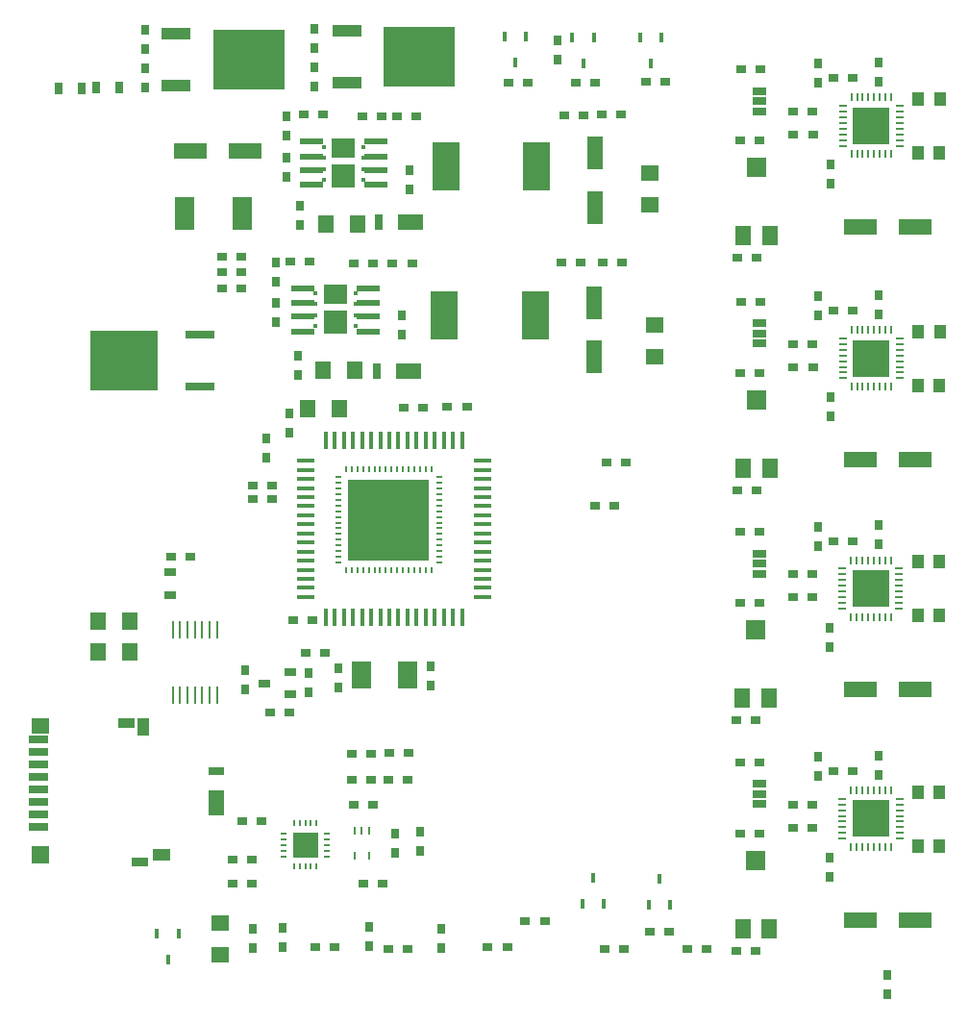
<source format=gbr>
G04 DipTrace Beta 2.3.5.2*
%INTopPaste.gbr*%
%MOIN*%
%ADD25R,0.0551X0.1181*%
%ADD28R,0.1181X0.0551*%
%ADD44R,0.0591X0.0591*%
%ADD60R,0.0689X0.0276*%
%ADD61R,0.061X0.0394*%
%ADD74R,0.05X0.025*%
%ADD89R,0.0413X0.0256*%
%ADD116R,0.0668X0.092*%
%ADD118R,0.2341X0.2105*%
%ADD120R,0.1002X0.0313*%
%ADD122R,0.1258X0.1258*%
%ADD124O,0.0313X0.0038*%
%ADD126O,0.0038X0.0313*%
%ADD128R,0.0077X0.0628*%
%ADD132R,0.0837X0.0652*%
%ADD134R,0.0837X0.0806*%
%ADD136R,0.0176X0.0117*%
%ADD138R,0.0786X0.0235*%
%ADD140R,0.0077X0.0274*%
%ADD142R,0.0884X0.0884*%
%ADD144R,0.2833X0.2833*%
%ADD146O,0.0038X0.0254*%
%ADD148O,0.0254X0.0038*%
%ADD150R,0.0117X0.0628*%
%ADD152R,0.0628X0.0117*%
%ADD160R,0.0707X0.0707*%
%ADD162R,0.055X0.0707*%
%ADD164R,0.0431X0.051*%
%ADD166R,0.1042X0.0412*%
%ADD168R,0.2479X0.2105*%
%ADD170R,0.0176X0.0333*%
%ADD172R,0.0943X0.1691*%
%ADD184R,0.0392X0.0313*%
%ADD186R,0.0313X0.0392*%
%ADD188R,0.0707X0.1172*%
%ADD190R,0.055X0.0278*%
%ADD192R,0.055X0.0904*%
%ADD194R,0.0278X0.055*%
%ADD196R,0.0904X0.055*%
%ADD240R,0.0628X0.055*%
%ADD242R,0.0353X0.0313*%
%ADD246R,0.0313X0.0353*%
%ADD248R,0.055X0.0628*%
%FSLAX44Y44*%
G04*
G70*
G90*
G75*
G01*
%LNTopPaste*%
%LPD*%
D25*
X24040Y30865D3*
Y28975D3*
X24050Y36060D3*
Y34170D3*
D248*
X15190Y27190D3*
X14088D3*
D246*
X11940Y18115D3*
Y17446D3*
D28*
X11920Y36130D3*
X10030D3*
D242*
X11790Y32470D3*
X11121D3*
X15680Y13460D3*
X16350D3*
X11790Y31910D3*
X11121D3*
X15040Y8525D3*
X14371D3*
X17545Y8450D3*
X16876D3*
D248*
X7915Y19815D3*
X6813D3*
D240*
X11065Y9365D3*
Y8263D3*
D242*
X14690Y18715D3*
X14021D3*
X18940Y27250D3*
X19609D3*
X11800Y31360D3*
X11131D3*
D248*
X15833Y33590D3*
X14730D3*
D240*
X26115Y30090D3*
Y28988D3*
D246*
X13745Y28365D3*
Y29035D3*
D242*
X14170Y32280D3*
X13501D3*
D246*
X17355Y30425D3*
Y29756D3*
D248*
X15710Y28510D3*
X14608D3*
D240*
X25970Y35350D3*
Y34248D3*
D246*
X13833Y33540D3*
Y34209D3*
D242*
X14630Y37400D3*
X13961D3*
D246*
X17613Y35460D3*
Y34791D3*
X13240Y9182D3*
Y8513D3*
X12190Y9157D3*
Y8488D3*
D242*
X16690Y10715D3*
X16021D3*
D246*
X18365Y18240D3*
Y17571D3*
D248*
X7915Y18740D3*
X6813D3*
D246*
X13465Y26340D3*
Y27009D3*
D242*
X18080Y27230D3*
X17411D3*
D246*
X15165Y18190D3*
Y17521D3*
D242*
X10010Y22050D3*
X9341D3*
D246*
X32210Y35640D3*
Y34971D3*
D242*
X32990Y38640D3*
X32321D3*
D246*
X33900Y39190D3*
Y38521D3*
D242*
X31600Y37490D3*
X30931D3*
D246*
X31790Y39140D3*
Y38471D3*
D28*
X35160Y33480D3*
X33270D3*
D246*
X32210Y27580D3*
Y26911D3*
D242*
X32990Y30580D3*
X32321D3*
D246*
X33900Y31130D3*
Y30461D3*
D242*
X31600Y29430D3*
X30931D3*
D246*
X31790Y31080D3*
Y30411D3*
D28*
X35160Y25420D3*
X33270D3*
D246*
X32197Y19599D3*
Y18930D3*
D242*
X32977Y22599D3*
X32308D3*
D246*
X33887Y23149D3*
Y22480D3*
D242*
X31587Y21449D3*
X30918D3*
D246*
X31777Y23099D3*
Y22430D3*
D28*
X35147Y17439D3*
X33258D3*
D246*
X32200Y11620D3*
Y10951D3*
D242*
X32980Y14620D3*
X32311D3*
D246*
X33890Y15170D3*
Y14501D3*
D242*
X31590Y13470D3*
X30921D3*
D246*
X31780Y15120D3*
Y14451D3*
D28*
X35150Y9460D3*
X33260D3*
D242*
X24990Y32265D3*
X24321D3*
D196*
X17663Y33660D3*
D194*
X16551D3*
D196*
X17592Y28502D3*
D194*
X16481D3*
D242*
X24959Y37380D3*
X24290D3*
X15635Y14335D3*
X16304D3*
X15635Y15235D3*
X16304D3*
D192*
X10915Y13515D3*
D190*
Y14627D3*
D188*
X9840Y33970D3*
X11809D3*
D186*
X5462Y38290D3*
X6249D3*
D184*
X9320Y21518D3*
Y20731D3*
D186*
X6762Y38310D3*
X7549D3*
D60*
X4766Y15712D3*
Y15279D3*
Y14846D3*
Y14413D3*
Y13980D3*
Y13546D3*
Y13113D3*
Y12680D3*
D44*
X4815Y11716D3*
G36*
X4520Y16438D2*
X5110D1*
Y15930D1*
X4520D1*
Y16438D1*
G37*
G36*
X8201Y16450D2*
X8594D1*
Y15859D1*
X8201D1*
Y16450D1*
G37*
G36*
X7512D2*
X8102D1*
Y16135D1*
X7512D1*
Y16450D1*
G37*
D61*
X9018Y11716D3*
G36*
X7997Y11623D2*
X8548D1*
Y11308D1*
X7997D1*
Y11623D1*
G37*
D172*
X18830Y30420D3*
X21980D3*
X18880Y35590D3*
X22030D3*
D170*
X25915Y9990D3*
X26663D3*
X26289Y10896D3*
X23615Y10015D3*
X24363D3*
X23989Y10921D3*
D168*
X17970Y39380D3*
D166*
X15450Y40278D3*
Y38483D3*
D168*
X12050Y39290D3*
D166*
X9530Y40188D3*
Y38393D3*
D170*
X9615Y8990D3*
X8867D3*
X9241Y8085D3*
X21660Y40080D3*
X20912D3*
X21286Y39175D3*
X26360Y40070D3*
X25612D3*
X25986Y39165D3*
X24020Y40050D3*
X23272D3*
X23646Y39145D3*
D242*
X16895Y14335D3*
X17564D3*
D246*
X8450Y39660D3*
Y40329D3*
X14340Y38350D3*
Y39019D3*
D242*
X23380Y38480D3*
X24049D3*
D164*
X35256Y36046D3*
X36004D3*
X35260Y37920D3*
X36008D3*
D242*
X14265Y19840D3*
X13596D3*
X24065Y23815D3*
X24734D3*
D246*
X16215Y9225D3*
Y8556D3*
D242*
X12860Y24040D3*
X12191D3*
D164*
X35256Y27986D3*
X36004D3*
D242*
X21060Y38500D3*
X21729D3*
X11835Y12875D3*
X12504D3*
D164*
X35260Y29860D3*
X36008D3*
X35243Y20005D3*
X35991D3*
X35247Y21879D3*
X35995D3*
X35246Y12026D3*
X35994D3*
X35250Y13900D3*
X35998D3*
D246*
X8450Y38310D3*
Y38979D3*
X34195Y6876D3*
Y7545D3*
D242*
X27930Y8450D3*
X27261D3*
X25064Y8465D3*
X24395D3*
X20340Y8520D3*
X21009D3*
X17040Y32230D3*
X17709D3*
X15680D3*
X16349D3*
D246*
X12990Y32250D3*
Y31581D3*
X12980Y30840D3*
Y30171D3*
D242*
X17200Y37320D3*
X17869D3*
X15980D3*
X16649D3*
D246*
X13370Y37330D3*
Y36661D3*
Y35880D3*
Y35211D3*
D242*
X23565Y32265D3*
X22896D3*
X23649Y37360D3*
X22980D3*
X25965Y9040D3*
X26634D3*
D246*
X14131Y17356D3*
Y18025D3*
D242*
X13465Y16640D3*
X12796D3*
D246*
X14340Y39680D3*
Y40349D3*
D242*
X25810Y38510D3*
X26479D3*
D246*
X18005Y12525D3*
Y11856D3*
X22746Y39271D3*
Y39940D3*
X17125Y12465D3*
Y11796D3*
D242*
X21640Y9420D3*
X22309D3*
X16925Y15245D3*
X17594D3*
X12150Y11570D3*
X11481D3*
X30940Y36680D3*
X31609D3*
X29090Y36490D3*
X29759D3*
X29111Y38950D3*
X29780D3*
X29650Y32420D3*
X28981D3*
D162*
X30110Y33190D3*
D160*
X29648Y35552D3*
D162*
X29185Y33190D3*
D242*
X12150Y10730D3*
X11481D3*
D246*
X18720Y9150D3*
Y8481D3*
D242*
X30940Y28620D3*
X31609D3*
X29090Y28430D3*
X29759D3*
X29111Y30890D3*
X29780D3*
X29650Y24360D3*
X28981D3*
D162*
X30110Y25130D3*
D160*
X29648Y27492D3*
D162*
X29185Y25130D3*
D242*
X12860Y24510D3*
X12191D3*
D246*
X12665Y26165D3*
Y25496D3*
D242*
X30927Y20639D3*
X31597D3*
X29077Y20449D3*
X29747D3*
X29098Y22909D3*
X29767D3*
X29637Y16379D3*
X28968D3*
D162*
X30097Y17149D3*
D160*
X29635Y19512D3*
D162*
X29172Y17149D3*
D242*
X25120Y25330D3*
X24451D3*
X30930Y12660D3*
X31599D3*
X29080Y12470D3*
X29749D3*
X29101Y14930D3*
X29770D3*
X29640Y8400D3*
X28971D3*
D162*
X30100Y9170D3*
D160*
X29638Y11532D3*
D162*
X29175Y9170D3*
D74*
X29770Y38200D3*
Y37850D3*
Y37500D3*
Y30140D3*
Y29790D3*
Y29440D3*
X29757Y22159D3*
Y21809D3*
Y21459D3*
X29760Y14180D3*
Y13830D3*
Y13480D3*
D152*
X14010Y25380D3*
Y25065D3*
Y24750D3*
Y24435D3*
Y24120D3*
Y23805D3*
Y23490D3*
Y23175D3*
Y22860D3*
Y22546D3*
Y22231D3*
Y21916D3*
Y21601D3*
Y21286D3*
Y20971D3*
Y20656D3*
D150*
X14719Y19947D3*
X15034D3*
X15349D3*
X15664D3*
X15979D3*
X16294D3*
X16609D3*
X16924D3*
X17239D3*
X17553D3*
X17868D3*
X18183D3*
X18498D3*
X18813D3*
X19128D3*
X19443D3*
D152*
X20152Y20656D3*
Y20971D3*
Y21286D3*
Y21601D3*
Y21916D3*
Y22231D3*
Y22546D3*
Y22860D3*
Y23175D3*
Y23490D3*
Y23805D3*
Y24120D3*
Y24435D3*
Y24750D3*
Y25065D3*
Y25380D3*
D150*
X19443Y26089D3*
X19128D3*
X18813D3*
X18498D3*
X18183D3*
X17868D3*
X17553D3*
X17239D3*
X16924D3*
X16609D3*
X16294D3*
X15979D3*
X15664D3*
X15349D3*
X15034D3*
X14719D3*
D148*
X15150Y24810D3*
Y24613D3*
Y24416D3*
Y24220D3*
Y24023D3*
Y23826D3*
Y23629D3*
Y23432D3*
Y23235D3*
Y23039D3*
Y22842D3*
Y22645D3*
Y22448D3*
Y22251D3*
Y22054D3*
Y21857D3*
D146*
X15426Y21582D3*
X15623D3*
X15819D3*
X16016D3*
X16213D3*
X16410D3*
X16607D3*
X16804D3*
X17001D3*
X17197D3*
X17394D3*
X17591D3*
X17788D3*
X17985D3*
X18182D3*
X18379D3*
D148*
X18654Y21857D3*
Y22054D3*
Y22251D3*
Y22448D3*
Y22645D3*
Y22842D3*
Y23039D3*
Y23235D3*
Y23432D3*
Y23629D3*
Y23826D3*
Y24023D3*
Y24220D3*
Y24416D3*
Y24613D3*
Y24810D3*
D146*
X18379Y25086D3*
X18182D3*
X17985D3*
X17788D3*
X17591D3*
X17394D3*
X17197D3*
X17001D3*
X16804D3*
X16607D3*
X16410D3*
X16213D3*
X16016D3*
X15819D3*
X15623D3*
X15426D3*
D144*
X16902Y23334D3*
D146*
X13615Y11315D3*
X13812D3*
X14009D3*
X14206D3*
X14403D3*
D148*
X14757Y11669D3*
Y11866D3*
Y12063D3*
Y12260D3*
Y12457D3*
D146*
X14403Y12811D3*
X14206D3*
X14009D3*
X13812D3*
X13615D3*
D148*
X13261Y12457D3*
Y12260D3*
Y12063D3*
Y11866D3*
Y11669D3*
D142*
X14009Y12063D3*
D140*
X16227Y12561D3*
X15971D3*
X15715D3*
Y11695D3*
X16227D3*
D138*
X16190Y29870D3*
Y30390D3*
Y30850D3*
Y31370D3*
X13930D3*
Y30850D3*
Y30390D3*
Y29870D3*
D136*
X15759Y30059D3*
Y30433D3*
Y30807D3*
Y31181D3*
X14361D3*
Y30807D3*
Y30433D3*
Y30059D3*
D134*
X15060Y30177D3*
D132*
Y31144D3*
D138*
X16470Y34940D3*
Y35460D3*
Y35920D3*
Y36440D3*
X14210D3*
Y35920D3*
Y35460D3*
Y34940D3*
D136*
X16039Y35129D3*
Y35503D3*
Y35877D3*
Y36251D3*
X14641D3*
Y35877D3*
Y35503D3*
Y35129D3*
D134*
X15340Y35247D3*
D132*
Y36214D3*
D89*
X13490Y17290D3*
Y18038D3*
X12585Y17664D3*
D128*
X9410Y17240D3*
X9666D3*
X9922D3*
X10178D3*
X10434D3*
X10690D3*
X10946D3*
Y19524D3*
X10690D3*
X10434D3*
X10178D3*
X9922D3*
X9666D3*
X9410D3*
D126*
X34323Y37975D3*
X34127D3*
X33930D3*
X33733D3*
X33536D3*
X33339D3*
X33142D3*
X32945D3*
D124*
X32650Y37680D3*
Y37483D3*
Y37286D3*
Y37090D3*
Y36893D3*
Y36696D3*
Y36499D3*
Y36302D3*
D126*
X32945Y36007D3*
X33142D3*
X33339D3*
X33536D3*
X33733D3*
X33930D3*
X34127D3*
X34323D3*
D124*
X34619Y36302D3*
Y36499D3*
Y36696D3*
Y36893D3*
Y37090D3*
Y37286D3*
Y37483D3*
Y37680D3*
D122*
X33634Y36991D3*
D126*
X34323Y29915D3*
X34127D3*
X33930D3*
X33733D3*
X33536D3*
X33339D3*
X33142D3*
X32945D3*
D124*
X32650Y29620D3*
Y29423D3*
Y29226D3*
Y29030D3*
Y28833D3*
Y28636D3*
Y28439D3*
Y28242D3*
D126*
X32945Y27947D3*
X33142D3*
X33339D3*
X33536D3*
X33733D3*
X33930D3*
X34127D3*
X34323D3*
D124*
X34619Y28242D3*
Y28439D3*
Y28636D3*
Y28833D3*
Y29030D3*
Y29226D3*
Y29423D3*
Y29620D3*
D122*
X33634Y28931D3*
D126*
X34311Y21935D3*
X34114D3*
X33917D3*
X33720D3*
X33523D3*
X33326D3*
X33130D3*
X32933D3*
D124*
X32637Y21639D3*
Y21443D3*
Y21246D3*
Y21049D3*
Y20852D3*
Y20655D3*
Y20458D3*
Y20262D3*
D126*
X32933Y19966D3*
X33130D3*
X33326D3*
X33523D3*
X33720D3*
X33917D3*
X34114D3*
X34311D3*
D124*
X34606Y20262D3*
Y20458D3*
Y20655D3*
Y20852D3*
Y21049D3*
Y21246D3*
Y21443D3*
Y21639D3*
D122*
X33622Y20951D3*
D126*
X34313Y13955D3*
X34117D3*
X33920D3*
X33723D3*
X33526D3*
X33329D3*
X33132D3*
X32935D3*
D124*
X32640Y13660D3*
Y13463D3*
Y13266D3*
Y13070D3*
Y12873D3*
Y12676D3*
Y12479D3*
Y12282D3*
D126*
X32935Y11987D3*
X33132D3*
X33329D3*
X33526D3*
X33723D3*
X33920D3*
X34117D3*
X34313D3*
D124*
X34609Y12282D3*
Y12479D3*
Y12676D3*
Y12873D3*
Y13070D3*
Y13266D3*
Y13463D3*
Y13660D3*
D122*
X33624Y12971D3*
D120*
X10370Y27970D3*
Y29765D3*
D118*
X7732Y28868D3*
D116*
X17565Y17965D3*
X15951D3*
M02*

</source>
